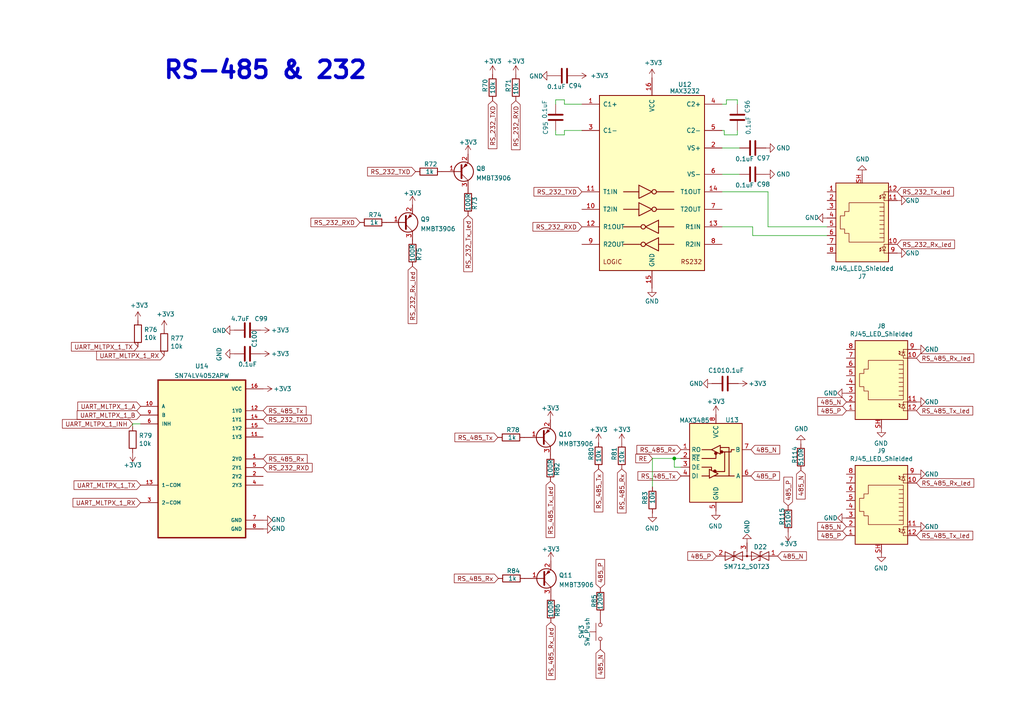
<source format=kicad_sch>
(kicad_sch (version 20211123) (generator eeschema)
  (paper "A4")
  (lib_symbols
    (symbol "Connector:RJ45_LED_Shielded" (pin_names (offset 1.016))
      (property "Reference" "J" (at -5.08 13.97 0))
      (property "Value" "RJ45_LED_Shielded" (at 1.27 13.97 0))
      (symbol "RJ45_LED_Shielded_0_1"
        (polyline (pts (xy -7.62 -7.62) (xy -6.35 -7.62)))
        (polyline (pts (xy -7.62 -5.08) (xy -6.35 -5.08)))
        (polyline (pts (xy -7.62 7.62) (xy -6.35 7.62)))
        (polyline (pts (xy -7.62 10.16) (xy -6.35 10.16)))
        (polyline (pts (xy -6.858 -5.842) (xy -5.842 -5.842)))
        (polyline (pts (xy -6.858 9.398) (xy -5.842 9.398)))
        (polyline (pts (xy -6.35 -7.62) (xy -6.35 -6.858)))
        (polyline (pts (xy -6.35 -5.08) (xy -6.35 -5.842)))
        (polyline (pts (xy -6.35 7.62) (xy -6.35 8.382)))
        (polyline (pts (xy -6.35 10.16) (xy -6.35 9.398)))
        (polyline (pts (xy -5.08 -6.223) (xy -5.207 -6.604)))
        (polyline (pts (xy -5.08 -5.588) (xy -5.207 -5.969)))
        (polyline (pts (xy -5.08 4.445) (xy -6.35 4.445)))
        (polyline (pts (xy -5.08 5.715) (xy -6.35 5.715)))
        (polyline (pts (xy -5.08 9.017) (xy -5.207 8.636)))
        (polyline (pts (xy -5.08 9.652) (xy -5.207 9.271)))
        (polyline (pts (xy -6.35 -3.175) (xy -5.08 -3.175) (xy -5.08 -3.175)))
        (polyline (pts (xy -6.35 -1.905) (xy -5.08 -1.905) (xy -5.08 -1.905)))
        (polyline (pts (xy -6.35 -0.635) (xy -5.08 -0.635) (xy -5.08 -0.635)))
        (polyline (pts (xy -6.35 0.635) (xy -5.08 0.635) (xy -5.08 0.635)))
        (polyline (pts (xy -6.35 1.905) (xy -5.08 1.905) (xy -5.08 1.905)))
        (polyline (pts (xy -5.588 -6.731) (xy -5.08 -6.223) (xy -5.461 -6.35)))
        (polyline (pts (xy -5.588 -6.096) (xy -5.08 -5.588) (xy -5.461 -5.715)))
        (polyline (pts (xy -5.588 8.509) (xy -5.08 9.017) (xy -5.461 8.89)))
        (polyline (pts (xy -5.588 9.144) (xy -5.08 9.652) (xy -5.461 9.525)))
        (polyline (pts (xy -5.08 3.175) (xy -6.35 3.175) (xy -6.35 3.175)))
        (polyline (pts (xy -6.35 -5.842) (xy -6.858 -6.858) (xy -5.842 -6.858) (xy -6.35 -5.842)))
        (polyline (pts (xy -6.35 9.398) (xy -6.858 8.382) (xy -5.842 8.382) (xy -6.35 9.398)))
        (polyline (pts (xy -6.35 -4.445) (xy -6.35 6.985) (xy 3.81 6.985) (xy 3.81 4.445) (xy 5.08 4.445) (xy 5.08 3.175) (xy 6.35 3.175) (xy 6.35 -0.635) (xy 5.08 -0.635) (xy 5.08 -1.905) (xy 3.81 -1.905) (xy 3.81 -4.445) (xy -6.35 -4.445) (xy -6.35 -4.445)))
        (rectangle (start 7.62 12.7) (end -7.62 -10.16) (stroke (width 0.254)) (fill (type background)))
      )
      (symbol "RJ45_LED_Shielded_1_1"
        (pin passive line (at 10.16 -7.62 180) (length 2.54) (name "~") (number "1"))
        (pin passive line (at -10.16 7.62 0) (length 2.54) (name "~") (number "10"))
        (pin passive line (at -10.16 -5.08 0) (length 2.54) (name "~") (number "11"))
        (pin passive line (at -10.16 -7.62 0) (length 2.54) (name "~") (number "12"))
        (pin passive line (at 10.16 -5.08 180) (length 2.54) (name "~") (number "2"))
        (pin passive line (at 10.16 -2.54 180) (length 2.54) (name "~") (number "3"))
        (pin passive line (at 10.16 0 180) (length 2.54) (name "~") (number "4"))
        (pin passive line (at 10.16 2.54 180) (length 2.54) (name "~") (number "5"))
        (pin passive line (at 10.16 5.08 180) (length 2.54) (name "~") (number "6"))
        (pin passive line (at 10.16 7.62 180) (length 2.54) (name "~") (number "7"))
        (pin passive line (at 10.16 10.16 180) (length 2.54) (name "~") (number "8"))
        (pin passive line (at -10.16 10.16 0) (length 2.54) (name "~") (number "9"))
        (pin passive line (at 0 -12.7 90) (length 2.54) (name "~") (number "SH"))
      )
    )
    (symbol "Device:C" (pin_numbers hide) (pin_names (offset 0.254))
      (property "Reference" "C" (at 0.635 2.54 0))
      (property "Value" "C" (at 0.635 -2.54 0))
      (symbol "C_0_1"
        (polyline (pts (xy -2.032 -0.762) (xy 2.032 -0.762)) (stroke (width 0.508)))
        (polyline (pts (xy -2.032 0.762) (xy 2.032 0.762)) (stroke (width 0.508)))
      )
      (symbol "C_1_1"
        (pin passive line (at 0 3.81 270) (length 2.794) (name "~") (number "1"))
        (pin passive line (at 0 -3.81 90) (length 2.794) (name "~") (number "2"))
      )
    )
    (symbol "Device:R" (pin_numbers hide) (pin_names (offset 0))
      (property "Reference" "R" (at 2.032 0 90))
      (property "Value" "R" (at 0 0 90))
      (symbol "R_0_1"
        (rectangle (start -1.016 -2.54) (end 1.016 2.54) (stroke (width 0.254)))
      )
      (symbol "R_1_1"
        (pin passive line (at 0 3.81 270) (length 1.27) (name "~") (number "1"))
        (pin passive line (at 0 -3.81 90) (length 1.27) (name "~") (number "2"))
      )
    )
    (symbol "Diode:SM712_SOT23" (pin_names (offset 1.016) hide)
      (property "Reference" "D" (at 0 4.445 0))
      (property "Value" "SM712_SOT23" (at 0 2.54 0))
      (symbol "SM712_SOT23_0_0"
        (polyline (pts (xy 0 -1.27) (xy 0 0)))
      )
      (symbol "SM712_SOT23_0_1"
        (polyline (pts (xy -6.35 0) (xy 6.35 0)))
        (polyline (pts (xy -3.302 1.27) (xy -3.81 1.27) (xy -3.81 -1.27) (xy -4.318 -1.27)) (stroke (width 0.2032)))
        (polyline (pts (xy 4.318 1.27) (xy 3.81 1.27) (xy 3.81 -1.27) (xy 3.302 -1.27)) (stroke (width 0.2032)))
        (polyline (pts (xy -6.35 -1.27) (xy -1.27 1.27) (xy -1.27 -1.27) (xy -6.35 1.27) (xy -6.35 -1.27)) (stroke (width 0.2032)))
        (polyline (pts (xy 1.27 -1.27) (xy 1.27 1.27) (xy 6.35 -1.27) (xy 6.35 1.27) (xy 1.27 -1.27)) (stroke (width 0.2032)))
        (circle (center 0 0) (radius 0.254) (fill (type outline)))
      )
      (symbol "SM712_SOT23_1_1"
        (pin passive line (at -8.89 0 0) (length 2.54) (name "A1") (number "1"))
        (pin passive line (at 8.89 0 180) (length 2.54) (name "A2") (number "2"))
        (pin input line (at 0 -3.81 90) (length 2.54) (name "common") (number "3"))
      )
    )
    (symbol "Interface_UART:MAX3232" (pin_names (offset 1.016))
      (property "Reference" "U" (at -2.54 28.575 0))
      (property "Value" "MAX3232" (at -2.54 26.67 0))
      (symbol "MAX3232_0_0"
        (text "LOGIC" (at -11.43 -22.86 0) (effects (font (size 1.27 1.27))))
        (text "RS232" (at 11.43 -22.86 0) (effects (font (size 1.27 1.27))))
      )
      (symbol "MAX3232_0_1"
        (rectangle (start -15.24 -25.4) (end 15.24 25.4) (stroke (width 0.254)) (fill (type background)))
        (circle (center -2.54 -17.78) (radius 0.635) (stroke (width 0.254)))
        (circle (center -2.54 -12.7) (radius 0.635) (stroke (width 0.254)))
        (polyline (pts (xy -3.81 -7.62) (xy -8.255 -7.62)) (stroke (width 0.254)))
        (polyline (pts (xy -3.81 -2.54) (xy -8.255 -2.54)) (stroke (width 0.254)))
        (polyline (pts (xy -3.175 -17.78) (xy -8.255 -17.78)) (stroke (width 0.254)))
        (polyline (pts (xy -3.175 -12.7) (xy -8.255 -12.7)) (stroke (width 0.254)))
        (polyline (pts (xy 1.27 -7.62) (xy 6.35 -7.62)) (stroke (width 0.254)))
        (polyline (pts (xy 1.27 -2.54) (xy 6.35 -2.54)) (stroke (width 0.254)))
        (polyline (pts (xy 1.905 -17.78) (xy 6.35 -17.78)) (stroke (width 0.254)))
        (polyline (pts (xy 1.905 -12.7) (xy 6.35 -12.7)) (stroke (width 0.254)))
        (polyline (pts (xy -3.81 -5.715) (xy -3.81 -9.525) (xy 0 -7.62) (xy -3.81 -5.715)) (stroke (width 0.254)))
        (polyline (pts (xy -3.81 -0.635) (xy -3.81 -4.445) (xy 0 -2.54) (xy -3.81 -0.635)) (stroke (width 0.254)))
        (polyline (pts (xy 1.905 -15.875) (xy 1.905 -19.685) (xy -1.905 -17.78) (xy 1.905 -15.875)) (stroke (width 0.254)))
        (polyline (pts (xy 1.905 -10.795) (xy 1.905 -14.605) (xy -1.905 -12.7) (xy 1.905 -10.795)) (stroke (width 0.254)))
        (circle (center 0.635 -7.62) (radius 0.635) (stroke (width 0.254)))
        (circle (center 0.635 -2.54) (radius 0.635) (stroke (width 0.254)))
      )
      (symbol "MAX3232_1_1"
        (pin passive line (at -20.32 22.86 0) (length 5.08) (name "C1+") (number "1"))
        (pin input line (at -20.32 -7.62 0) (length 5.08) (name "T2IN") (number "10"))
        (pin input line (at -20.32 -2.54 0) (length 5.08) (name "T1IN") (number "11"))
        (pin output line (at -20.32 -12.7 0) (length 5.08) (name "R1OUT") (number "12"))
        (pin input line (at 20.32 -12.7 180) (length 5.08) (name "R1IN") (number "13"))
        (pin output line (at 20.32 -2.54 180) (length 5.08) (name "T1OUT") (number "14"))
        (pin power_in line (at 0 -30.48 90) (length 5.08) (name "GND") (number "15"))
        (pin power_in line (at 0 30.48 270) (length 5.08) (name "VCC") (number "16"))
        (pin power_out line (at 20.32 10.16 180) (length 5.08) (name "VS+") (number "2"))
        (pin passive line (at -20.32 15.24 0) (length 5.08) (name "C1-") (number "3"))
        (pin passive line (at 20.32 22.86 180) (length 5.08) (name "C2+") (number "4"))
        (pin passive line (at 20.32 15.24 180) (length 5.08) (name "C2-") (number "5"))
        (pin power_out line (at 20.32 2.54 180) (length 5.08) (name "VS-") (number "6"))
        (pin output line (at 20.32 -7.62 180) (length 5.08) (name "T2OUT") (number "7"))
        (pin input line (at 20.32 -17.78 180) (length 5.08) (name "R2IN") (number "8"))
        (pin output line (at -20.32 -17.78 0) (length 5.08) (name "R2OUT") (number "9"))
      )
    )
    (symbol "Interface_UART:MAX3485"
      (property "Reference" "U" (at -6.096 11.43 0))
      (property "Value" "MAX3485" (at 0.762 11.43 0))
      (symbol "MAX3485_0_1"
        (rectangle (start -7.62 10.16) (end 7.62 -12.7) (stroke (width 0.254)) (fill (type background)))
        (circle (center -0.3048 -3.683) (radius 0.3556) (stroke (width 0.254)) (fill (type outline)))
        (circle (center -0.0254 1.4986) (radius 0.3556) (stroke (width 0.254)) (fill (type outline)))
        (polyline (pts (xy -4.064 -5.08) (xy -1.905 -5.08)) (stroke (width 0.254)))
        (polyline (pts (xy -4.064 2.54) (xy -1.27 2.54)) (stroke (width 0.254)))
        (polyline (pts (xy -1.27 -3.2004) (xy -1.27 -3.4544)) (stroke (width 0.254)))
        (polyline (pts (xy -0.635 -5.08) (xy 5.334 -5.08)) (stroke (width 0.254)))
        (polyline (pts (xy -4.064 -2.54) (xy -1.27 -2.54) (xy -1.27 -3.175)) (stroke (width 0.254)))
        (polyline (pts (xy 0 1.27) (xy 0 0) (xy -4.064 0)) (stroke (width 0.254)))
        (polyline (pts (xy 1.27 3.175) (xy 3.81 3.175) (xy 3.81 -5.08)) (stroke (width 0.254)))
        (polyline (pts (xy 2.54 1.905) (xy 2.54 -3.81) (xy 0 -3.81)) (stroke (width 0.254)))
        (polyline (pts (xy -1.905 -3.175) (xy -1.905 -5.715) (xy 0.635 -4.445) (xy -1.905 -3.175)) (stroke (width 0.254)))
        (polyline (pts (xy -1.27 2.54) (xy 1.27 3.81) (xy 1.27 1.27) (xy -1.27 2.54)) (stroke (width 0.254)))
        (polyline (pts (xy 1.905 1.905) (xy 4.445 1.905) (xy 4.445 2.54) (xy 5.334 2.54)) (stroke (width 0.254)))
        (rectangle (start 1.27 3.175) (end 1.27 3.175))
        (circle (center 1.651 1.905) (radius 0.3556) (stroke (width 0.254)) (fill (type outline)))
      )
      (symbol "MAX3485_1_1"
        (pin output line (at -10.16 2.54 0) (length 2.54) (name "RO") (number "1"))
        (pin input line (at -10.16 0 0) (length 2.54) (name "~{RE}") (number "2"))
        (pin input line (at -10.16 -2.54 0) (length 2.54) (name "DE") (number "3"))
        (pin input line (at -10.16 -5.08 0) (length 2.54) (name "DI") (number "4"))
        (pin power_in line (at 0 -15.24 90) (length 2.54) (name "GND") (number "5"))
        (pin bidirectional line (at 10.16 -5.08 180) (length 2.54) (name "A") (number "6"))
        (pin bidirectional line (at 10.16 2.54 180) (length 2.54) (name "B") (number "7"))
        (pin power_in line (at 0 12.7 270) (length 2.54) (name "VCC") (number "8"))
      )
    )
    (symbol "Switch:SW_Push" (pin_numbers hide) (pin_names (offset 1.016) hide)
      (property "Reference" "SW" (at 1.27 2.54 0))
      (property "Value" "SW_Push" (at 0 -1.524 0))
      (symbol "SW_Push_0_1"
        (circle (center -2.032 0) (radius 0.508))
        (polyline (pts (xy 0 1.27) (xy 0 3.048)))
        (polyline (pts (xy 2.54 1.27) (xy -2.54 1.27)))
        (circle (center 2.032 0) (radius 0.508))
        (pin passive line (at -5.08 0 0) (length 2.54) (name "1") (number "1"))
        (pin passive line (at 5.08 0 180) (length 2.54) (name "2") (number "2"))
      )
    )
    (symbol "Symbols:SN74LV4052APW" (pin_names (offset 1.016))
      (property "Reference" "U" (at -12.7 23.8506 0))
      (property "Value" "SN74LV4052APW" (at -12.7 -26.8478 0))
      (symbol "SN74LV4052APW_0_0"
        (rectangle (start -12.7 -22.86) (end 12.7 22.86) (stroke (width 0.4064)) (fill (type background)))
        (pin output line (at 17.78 0 180) (length 5.08) (name "2Y0") (number "1"))
        (pin input line (at -17.78 15.24 0) (length 5.08) (name "A") (number "10"))
        (pin output line (at 17.78 6.35 180) (length 5.08) (name "1Y3") (number "11"))
        (pin output line (at 17.78 13.97 180) (length 5.08) (name "1Y0") (number "12"))
        (pin bidirectional line (at -17.78 -7.62 0) (length 5.08) (name "1-COM") (number "13"))
        (pin output line (at 17.78 11.43 180) (length 5.08) (name "1Y1") (number "14"))
        (pin output line (at 17.78 8.89 180) (length 5.08) (name "1Y2") (number "15"))
        (pin power_in line (at 17.78 20.32 180) (length 5.08) (name "VCC") (number "16"))
        (pin output line (at 17.78 -5.08 180) (length 5.08) (name "2Y2") (number "2"))
        (pin bidirectional line (at -17.78 -12.7 0) (length 5.08) (name "2-COM") (number "3"))
        (pin output line (at 17.78 -7.62 180) (length 5.08) (name "2Y3") (number "4"))
        (pin output line (at 17.78 -2.54 180) (length 5.08) (name "2Y1") (number "5"))
        (pin input line (at -17.78 10.16 0) (length 5.08) (name "INH") (number "6"))
        (pin power_in line (at 17.78 -17.78 180) (length 5.08) (name "GND") (number "7"))
        (pin power_in line (at 17.78 -20.32 180) (length 5.08) (name "GND") (number "8"))
        (pin input line (at -17.78 12.7 0) (length 5.08) (name "B") (number "9"))
      )
    )
    (symbol "Transistor_BJT:MMBT3906" (pin_names (offset 0) hide)
      (property "Reference" "Q" (at 5.08 1.905 0))
      (property "Value" "MMBT3906" (at 5.08 0 0))
      (symbol "MMBT3906_0_1"
        (polyline (pts (xy 0.635 0.635) (xy 2.54 2.54)))
        (polyline (pts (xy 0.635 -0.635) (xy 2.54 -2.54) (xy 2.54 -2.54)))
        (polyline (pts (xy 0.635 1.905) (xy 0.635 -1.905) (xy 0.635 -1.905)) (stroke (width 0.508)))
        (polyline (pts (xy 2.286 -1.778) (xy 1.778 -2.286) (xy 1.27 -1.27) (xy 2.286 -1.778) (xy 2.286 -1.778)) (fill (type outline)))
        (circle (center 1.27 0) (radius 2.8194) (stroke (width 0.254)))
      )
      (symbol "MMBT3906_1_1"
        (pin input line (at -5.08 0 0) (length 5.715) (name "B") (number "1"))
        (pin passive line (at 2.54 -5.08 90) (length 2.54) (name "E") (number "2"))
        (pin passive line (at 2.54 5.08 270) (length 2.54) (name "C") (number "3"))
      )
    )
    (symbol "power:+3.3V" (power) (pin_names (offset 0))
      (property "Value" "+3.3V" (at 0 3.556 0))
      (symbol "+3.3V_0_1"
        (polyline (pts (xy -0.762 1.27) (xy 0 2.54)))
        (polyline (pts (xy 0 0) (xy 0 2.54)))
        (polyline (pts (xy 0 2.54) (xy 0.762 1.27)))
      )
      (symbol "+3.3V_1_1"
        (pin power_in line (at 0 0 90) (length 0) hide (name "+3V3") (number "1"))
      )
    )
    (symbol "power:GND" (power) (pin_names (offset 0))
      (property "Value" "GND" (at 0 -3.81 0))
      (symbol "GND_0_1"
        (polyline (pts (xy 0 0) (xy 0 -1.27) (xy 1.27 -1.27) (xy 0 -2.54) (xy -1.27 -1.27) (xy 0 -1.27)))
      )
      (symbol "GND_1_1"
        (pin power_in line (at 0 0 270) (length 0) hide (name "GND") (number "1"))
      )
    )
  )
  (junction (at 195.58 132.969))
  (wire (pts (xy 189.23 132.969) (xy 189.23 141.224)))
  (wire (pts (xy 197.485 132.969) (xy 195.58 132.969)))
  (wire (pts (xy 195.58 135.509) (xy 195.58 132.969)))
  (wire (pts (xy 161.163 39.116) (xy 163.703 39.116)))
  (wire (pts (xy 210.058 39.116) (xy 213.868 39.116)))
  (wire (pts (xy 213.868 39.116) (xy 213.868 37.846)))
  (wire (pts (xy 161.163 37.846) (xy 161.163 39.116)))
  (wire (pts (xy 239.903 65.786) (xy 222.758 65.786)))
  (wire (pts (xy 195.58 132.969) (xy 189.23 132.969)))
  (wire (pts (xy 210.693 30.226) (xy 210.693 28.956)))
  (wire (pts (xy 163.703 28.956) (xy 163.703 30.226)))
  (wire (pts (xy 163.703 39.116) (xy 163.703 37.846)))
  (wire (pts (xy 161.163 30.226) (xy 161.163 28.956)))
  (wire (pts (xy 38.481 122.936) (xy 40.767 122.936)))
  (wire (pts (xy 197.485 135.509) (xy 195.58 135.509)))
  (wire (pts (xy 213.868 28.956) (xy 213.868 30.226)))
  (wire (pts (xy 239.903 68.326) (xy 218.313 68.326)))
  (wire (pts (xy 210.058 37.846) (xy 210.058 39.116)))
  (wire (pts (xy 209.423 42.926) (xy 214.503 42.926)))
  (wire (pts (xy 222.758 55.626) (xy 209.423 55.626)))
  (wire (pts (xy 210.693 28.956) (xy 213.868 28.956)))
  (wire (pts (xy 163.703 37.846) (xy 168.783 37.846)))
  (wire (pts (xy 214.503 50.546) (xy 209.423 50.546)))
  (wire (pts (xy 222.758 65.786) (xy 222.758 55.626)))
  (wire (pts (xy 218.313 68.326) (xy 218.313 65.786)))
  (wire (pts (xy 38.481 123.698) (xy 38.481 122.936)))
  (wire (pts (xy 209.423 37.846) (xy 210.058 37.846)))
  (wire (pts (xy 209.423 30.226) (xy 210.693 30.226)))
  (wire (pts (xy 218.313 65.786) (xy 209.423 65.786)))
  (wire (pts (xy 163.703 30.226) (xy 168.783 30.226)))
  (wire (pts (xy 161.163 28.956) (xy 163.703 28.956)))
  (text "RS-485 & 232" (at 47.117 23.368 0) (effects (font (size 5.0038 5.0038) (thickness 1.0008) bold) (justify left bottom)))
  (global_label "485_N" (shape input) (at 174.117 188.341 270) (property "Intersheet References" "${INTERSHEET_REFS}" (effects hide)))
  (global_label "RS_485_Rx" (shape input) (at 144.526 167.767 180) (property "Intersheet References" "${INTERSHEET_REFS}" (effects hide)))
  (global_label "RS_232_RXD" (shape input) (at 168.783 65.786 180) (property "Intersheet References" "${INTERSHEET_REFS}" (effects hide)))
  (global_label "485_P" (shape input) (at 245.491 119.126 180) (property "Intersheet References" "${INTERSHEET_REFS}" (effects hide)))
  (global_label "485_P" (shape input) (at 207.772 161.29 180) (property "Intersheet References" "${INTERSHEET_REFS}" (effects hide)))
  (global_label "RS_485_Rx_led" (shape input) (at 265.811 103.886 0) (property "Intersheet References" "${INTERSHEET_REFS}" (effects hide)))
  (global_label "RS_485_Tx_led" (shape input) (at 159.639 139.573 270) (property "Intersheet References" "${INTERSHEET_REFS}" (effects hide)))
  (global_label "485_N" (shape input) (at 232.283 136.398 270) (property "Intersheet References" "${INTERSHEET_REFS}" (effects hide)))
  (global_label "RS_485_Rx_led" (shape input) (at 265.811 140.081 0) (property "Intersheet References" "${INTERSHEET_REFS}" (effects hide)))
  (global_label "RS_232_Rx_led" (shape input) (at 119.634 77.216 270) (property "Intersheet References" "${INTERSHEET_REFS}" (effects hide)))
  (global_label "RS_485_Tx" (shape input) (at 76.327 119.126 0) (property "Intersheet References" "${INTERSHEET_REFS}" (effects hide)))
  (global_label "UART_MLTPX_1_INH" (shape input) (at 38.481 122.936 180) (property "Intersheet References" "${INTERSHEET_REFS}" (effects hide)))
  (global_label "RS_232_Rx_led" (shape input) (at 260.223 70.866 0) (property "Intersheet References" "${INTERSHEET_REFS}" (effects hide)))
  (global_label "RS_485_Tx" (shape input) (at 197.485 138.049 180) (property "Intersheet References" "${INTERSHEET_REFS}" (effects hide)))
  (global_label "RS_485_Tx" (shape input) (at 144.399 126.873 180) (property "Intersheet References" "${INTERSHEET_REFS}" (effects hide)))
  (global_label "RS_485_Tx_led" (shape input) (at 265.811 155.321 0) (property "Intersheet References" "${INTERSHEET_REFS}" (effects hide)))
  (global_label "RS_485_Rx" (shape input) (at 76.327 133.096 0) (property "Intersheet References" "${INTERSHEET_REFS}" (effects hide)))
  (global_label "RS_232_RXD" (shape input) (at 149.606 29.21 270) (property "Intersheet References" "${INTERSHEET_REFS}" (effects hide)))
  (global_label "485_P" (shape input) (at 228.6 146.685 90) (property "Intersheet References" "${INTERSHEET_REFS}" (effects hide)))
  (global_label "485_N" (shape input) (at 245.491 152.781 180) (property "Intersheet References" "${INTERSHEET_REFS}" (effects hide)))
  (global_label "RE" (shape input) (at 189.23 132.969 180) (property "Intersheet References" "${INTERSHEET_REFS}" (effects hide)))
  (global_label "RS_485_Rx" (shape input) (at 180.34 136.017 270) (property "Intersheet References" "${INTERSHEET_REFS}" (effects hide)))
  (global_label "RS_485_Rx" (shape input) (at 197.485 130.429 180) (property "Intersheet References" "${INTERSHEET_REFS}" (effects hide)))
  (global_label "UART_MLTPX_1_A" (shape input) (at 40.767 117.856 180) (property "Intersheet References" "${INTERSHEET_REFS}" (effects hide)))
  (global_label "RS_485_Tx_led" (shape input) (at 265.811 119.126 0) (property "Intersheet References" "${INTERSHEET_REFS}" (effects hide)))
  (global_label "RS_232_TXD" (shape input) (at 168.783 55.626 180) (property "Intersheet References" "${INTERSHEET_REFS}" (effects hide)))
  (global_label "RS_232_RXD" (shape input) (at 76.327 135.636 0) (property "Intersheet References" "${INTERSHEET_REFS}" (effects hide)))
  (global_label "485_N" (shape input) (at 225.552 161.29 0) (property "Intersheet References" "${INTERSHEET_REFS}" (effects hide)))
  (global_label "RS_485_Rx_led" (shape input) (at 159.766 180.467 270) (property "Intersheet References" "${INTERSHEET_REFS}" (effects hide)))
  (global_label "RS_232_Tx_led" (shape input) (at 260.223 55.626 0) (property "Intersheet References" "${INTERSHEET_REFS}" (effects hide)))
  (global_label "RS_232_Tx_led" (shape input) (at 135.763 62.484 270) (property "Intersheet References" "${INTERSHEET_REFS}" (effects hide)))
  (global_label "RS_232_TXD" (shape input) (at 142.875 29.21 270) (property "Intersheet References" "${INTERSHEET_REFS}" (effects hide)))
  (global_label "UART_MLTPX_1_RX" (shape input) (at 40.767 145.796 180) (property "Intersheet References" "${INTERSHEET_REFS}" (effects hide)))
  (global_label "UART_MLTPX_1_TX" (shape input) (at 40.005 100.584 180) (property "Intersheet References" "${INTERSHEET_REFS}" (effects hide)))
  (global_label "RS_232_RXD" (shape input) (at 104.394 64.516 180) (property "Intersheet References" "${INTERSHEET_REFS}" (effects hide)))
  (global_label "UART_MLTPX_1_TX" (shape input) (at 40.767 140.716 180) (property "Intersheet References" "${INTERSHEET_REFS}" (effects hide)))
  (global_label "RS_232_TXD" (shape input) (at 120.523 49.784 180) (property "Intersheet References" "${INTERSHEET_REFS}" (effects hide)))
  (global_label "RS_232_TXD" (shape input) (at 76.327 121.666 0) (property "Intersheet References" "${INTERSHEET_REFS}" (effects hide)))
  (global_label "UART_MLTPX_1_B" (shape input) (at 40.767 120.396 180) (property "Intersheet References" "${INTERSHEET_REFS}" (effects hide)))
  (global_label "485_P" (shape input) (at 217.805 138.049 0) (property "Intersheet References" "${INTERSHEET_REFS}" (effects hide)))
  (global_label "485_P" (shape input) (at 245.491 155.321 180) (property "Intersheet References" "${INTERSHEET_REFS}" (effects hide)))
  (global_label "485_N" (shape input) (at 217.805 130.429 0) (property "Intersheet References" "${INTERSHEET_REFS}" (effects hide)))
  (global_label "485_P" (shape input) (at 174.117 170.561 90) (property "Intersheet References" "${INTERSHEET_REFS}" (effects hide)))
  (global_label "UART_MLTPX_1_RX" (shape input) (at 47.625 103.124 180) (property "Intersheet References" "${INTERSHEET_REFS}" (effects hide)))
  (global_label "485_N" (shape input) (at 245.491 116.586 180) (property "Intersheet References" "${INTERSHEET_REFS}" (effects hide)))
  (global_label "RS_485_Tx" (shape input) (at 173.609 136.017 270) (property "Intersheet References" "${INTERSHEET_REFS}" (effects hide)))
  (symbol (lib_id "Transistor_BJT:MMBT3906") (at 157.099 126.873 0) (mirror x) (unit 1)
    (property "Reference" "Q10" (at 161.9504 125.9645 0) (effects (justify left)))
    (property "Value" "MMBT3906" (at 161.9504 128.7396 0) (effects (justify left)))
    (property "Footprint" "Package_TO_SOT_SMD:SOT-23" (effects hide))
    (property "Datasheet" "https://www.onsemi.com/pub/Collateral/2N3906-D.PDF" (effects hide))
  )
  (symbol (lib_id "power:+3.3V") (at 189.103 22.606 0) (unit 1)
    (property "Reference" "#PWR0238" (effects hide))
    (property "Value" "+3.3V" (at 189.484 18.2118 0))
  )
  (symbol (lib_id "power:GND") (at 216.662 157.48 180) (unit 1)
    (property "Reference" "#PWR0273" (effects hide))
    (property "Value" "GND" (at 216.662 152.781 90))
  )
  (symbol (lib_id "Connector:RJ45_LED_Shielded") (at 255.651 147.701 0) (mirror y) (unit 1)
    (property "Reference" "J9" (at 255.651 130.7592 0))
    (property "Value" "RJ45_LED_Shielded" (at 255.651 133.0706 0))
    (property "Footprint" "Connector_RJ:RJ45_Amphenol_RJHSE538X" (effects hide))
  )
  (symbol (lib_id "power:+3.3V") (at 40.005 92.964 0) (unit 1)
    (property "Reference" "#PWR0248" (effects hide))
    (property "Value" "+3.3V" (at 40.386 88.5698 0))
  )
  (symbol (lib_id "Transistor_BJT:MMBT3906") (at 157.226 167.767 0) (mirror x) (unit 1)
    (property "Reference" "Q11" (at 162.0774 166.8585 0) (effects (justify left)))
    (property "Value" "MMBT3906" (at 162.0774 169.6336 0) (effects (justify left)))
    (property "Footprint" "Package_TO_SOT_SMD:SOT-23" (effects hide))
    (property "Datasheet" "https://www.onsemi.com/pub/Collateral/2N3906-D.PDF" (effects hide))
  )
  (symbol (lib_id "Device:R") (at 232.283 132.588 0) (mirror y) (unit 1)
    (property "Reference" "R114" (at 230.505 134.493 90) (effects (justify left)))
    (property "Value" "510R" (at 232.283 135.128 90) (effects (justify left)))
    (property "Footprint" "Resistor_SMD:R_0603_1608Metric" (effects hide))
  )
  (symbol (lib_id "power:GND") (at 222.123 50.546 90) (unit 1)
    (property "Reference" "#PWR0241" (effects hide))
    (property "Value" "GND" (at 227.203 50.546 90))
  )
  (symbol (lib_id "power:GND") (at 222.123 42.926 90) (unit 1)
    (property "Reference" "#PWR0239" (effects hide))
    (property "Value" "GND" (at 227.203 42.926 90))
  )
  (symbol (lib_id "power:+3.3V") (at 135.763 44.704 0) (mirror y) (unit 1)
    (property "Reference" "#PWR0240" (effects hide))
    (property "Value" "+3.3V" (at 135.763 41.275 0))
  )
  (symbol (lib_id "power:GND") (at 189.103 83.566 0) (unit 1)
    (property "Reference" "#PWR0247" (effects hide))
    (property "Value" "GND" (at 189.103 87.376 0))
  )
  (symbol (lib_id "Connector:RJ45_LED_Shielded") (at 250.063 63.246 180) (unit 1)
    (property "Reference" "J7" (at 250.063 80.1878 0))
    (property "Value" "RJ45_LED_Shielded" (at 250.063 77.8764 0))
    (property "Footprint" "Connector_RJ:RJ45_Amphenol_RJHSE538X" (effects hide))
  )
  (symbol (lib_id "power:+3.3V") (at 159.639 121.793 0) (mirror y) (unit 1)
    (property "Reference" "#PWR0261" (effects hide))
    (property "Value" "+3.3V" (at 159.639 118.364 0))
  )
  (symbol (lib_id "Device:C") (at 218.313 42.926 270) (unit 1)
    (property "Reference" "C97" (at 219.4814 45.847 90) (effects (justify left)))
    (property "Value" "0.1uF" (at 213.233 46.101 90) (effects (justify left)))
    (property "Footprint" "Capacitor_SMD:C_0603_1608Metric" (effects hide))
  )
  (symbol (lib_id "Device:C") (at 71.755 95.758 270) (unit 1)
    (property "Reference" "C99" (at 73.787 92.456 90) (effects (justify left)))
    (property "Value" "4.7uF" (at 66.929 92.456 90) (effects (justify left)))
    (property "Footprint" "Capacitor_SMD:C_0805_2012Metric" (effects hide))
  )
  (symbol (lib_id "power:GND") (at 260.223 73.406 90) (mirror x) (unit 1)
    (property "Reference" "#PWR0246" (effects hide))
    (property "Value" "GND" (at 264.668 73.406 90))
  )
  (symbol (lib_id "Switch:SW_Push") (at 174.117 183.261 90) (mirror x) (unit 1)
    (property "Reference" "SW3" (at 168.656 183.261 0))
    (property "Value" "SW_Push" (at 170.307 183.261 0))
    (property "Footprint" "Button_Switch_THT:SW_DIP_SPSTx01_Slide_9.78x4.72mm_W7.62mm_P2.54mm" (effects hide))
  )
  (symbol (lib_id "Device:R") (at 124.333 49.784 90) (mirror x) (unit 1)
    (property "Reference" "R72" (at 126.873 47.625 90) (effects (justify left)))
    (property "Value" "1k" (at 125.857 49.784 90) (effects (justify left)))
    (property "Footprint" "Resistor_SMD:R_0603_1608Metric" (effects hide))
  )
  (symbol (lib_id "power:+3.3V") (at 173.609 128.397 0) (mirror y) (unit 1)
    (property "Reference" "#PWR0263" (effects hide))
    (property "Value" "+3.3V" (at 173.609 124.587 0))
  )
  (symbol (lib_id "Device:R") (at 189.23 145.034 0) (mirror x) (unit 1)
    (property "Reference" "R83" (at 187.071 142.494 90) (effects (justify left)))
    (property "Value" "10k" (at 189.23 142.494 90) (effects (justify left)))
    (property "Footprint" "Resistor_SMD:R_0603_1608Metric" (effects hide))
  )
  (symbol (lib_id "Device:C") (at 71.755 102.616 90) (unit 1)
    (property "Reference" "C100" (at 73.787 100.838 0) (effects (justify left)))
    (property "Value" "0.1uF" (at 74.549 105.664 90) (effects (justify left)))
    (property "Footprint" "Capacitor_SMD:C_0603_1608Metric" (effects hide))
  )
  (symbol (lib_id "Device:R") (at 148.336 167.767 90) (mirror x) (unit 1)
    (property "Reference" "R84" (at 150.876 165.608 90) (effects (justify left)))
    (property "Value" "1k" (at 149.86 167.767 90) (effects (justify left)))
    (property "Footprint" "Resistor_SMD:R_0603_1608Metric" (effects hide))
  )
  (symbol (lib_id "Device:R") (at 142.875 25.4 0) (mirror x) (unit 1)
    (property "Reference" "R70" (at 140.716 22.86 90) (effects (justify left)))
    (property "Value" "10k" (at 142.875 23.622 90) (effects (justify left)))
    (property "Footprint" "Resistor_SMD:R_0603_1608Metric" (effects hide))
  )
  (symbol (lib_id "Device:R") (at 149.606 25.4 0) (mirror x) (unit 1)
    (property "Reference" "R71" (at 147.447 22.86 90) (effects (justify left)))
    (property "Value" "10k" (at 149.606 23.876 90) (effects (justify left)))
    (property "Footprint" "Resistor_SMD:R_0603_1608Metric" (effects hide))
  )
  (symbol (lib_id "power:+3.3V") (at 228.6 154.305 0) (mirror x) (unit 1)
    (property "Reference" "#PWR0377" (effects hide))
    (property "Value" "+3.3V" (at 228.6 157.734 0))
  )
  (symbol (lib_id "Transistor_BJT:MMBT3906") (at 133.223 49.784 0) (mirror x) (unit 1)
    (property "Reference" "Q8" (at 138.0744 48.8755 0) (effects (justify left)))
    (property "Value" "MMBT3906" (at 138.0744 51.6506 0) (effects (justify left)))
    (property "Footprint" "Package_TO_SOT_SMD:SOT-23" (effects hide))
    (property "Datasheet" "https://www.onsemi.com/pub/Collateral/2N3906-D.PDF" (effects hide))
  )
  (symbol (lib_id "Transistor_BJT:MMBT3906") (at 117.094 64.516 0) (mirror x) (unit 1)
    (property "Reference" "Q9" (at 121.9454 63.6075 0) (effects (justify left)))
    (property "Value" "MMBT3906" (at 121.9454 66.3826 0) (effects (justify left)))
    (property "Footprint" "Package_TO_SOT_SMD:SOT-23" (effects hide))
    (property "Datasheet" "https://www.onsemi.com/pub/Collateral/2N3906-D.PDF" (effects hide))
  )
  (symbol (lib_id "Device:R") (at 135.763 58.674 0) (mirror y) (unit 1)
    (property "Reference" "R73" (at 137.668 60.96 90) (effects (justify left)))
    (property "Value" "100R" (at 135.763 61.214 90) (effects (justify left)))
    (property "Footprint" "Resistor_SMD:R_0603_1608Metric" (effects hide))
  )
  (symbol (lib_id "power:GND") (at 265.811 137.541 90) (mirror x) (unit 1)
    (property "Reference" "#PWR0266" (effects hide))
    (property "Value" "GND" (at 270.256 137.541 90))
  )
  (symbol (lib_id "Interface_UART:MAX3485") (at 207.645 132.969 0) (unit 1)
    (property "Reference" "U13" (at 212.344 121.793 0))
    (property "Value" "MAX3485" (at 201.422 121.92 0))
    (property "Footprint" "Package_SO:SOIC-8_3.9x4.9mm_P1.27mm" (effects hide))
    (property "Datasheet" "https://datasheets.maximintegrated.com/en/ds/MAX3483-MAX3491.pdf" (effects hide))
  )
  (symbol (lib_id "Connector:RJ45_LED_Shielded") (at 255.651 111.506 0) (mirror y) (unit 1)
    (property "Reference" "J8" (at 255.651 94.5642 0))
    (property "Value" "RJ45_LED_Shielded" (at 255.651 96.8756 0))
    (property "Footprint" "Connector_RJ:RJ45_Amphenol_RJHSE538X" (effects hide))
  )
  (symbol (lib_id "Device:R") (at 47.625 99.314 0) (unit 1)
    (property "Reference" "R77" (at 49.403 98.1456 0) (effects (justify left)))
    (property "Value" "10k" (at 49.403 100.457 0) (effects (justify left)))
    (property "Footprint" "Resistor_SMD:R_0603_1608Metric" (effects hide))
  )
  (symbol (lib_id "Device:C") (at 213.868 34.036 0) (unit 1)
    (property "Reference" "C96" (at 216.789 32.8676 90) (effects (justify left)))
    (property "Value" "0.1uF" (at 217.043 39.116 90) (effects (justify left)))
    (property "Footprint" "Capacitor_SMD:C_0603_1608Metric" (effects hide))
  )
  (symbol (lib_id "Device:C") (at 218.313 50.546 270) (unit 1)
    (property "Reference" "C98" (at 219.4814 53.467 90) (effects (justify left)))
    (property "Value" "0.1uF" (at 213.233 53.721 90) (effects (justify left)))
    (property "Footprint" "Capacitor_SMD:C_0603_1608Metric" (effects hide))
  )
  (symbol (lib_id "Device:R") (at 40.005 96.774 0) (unit 1)
    (property "Reference" "R76" (at 41.783 95.6056 0) (effects (justify left)))
    (property "Value" "10k" (at 41.783 97.917 0) (effects (justify left)))
    (property "Footprint" "Resistor_SMD:R_0603_1608Metric" (effects hide))
  )
  (symbol (lib_id "Device:R") (at 148.209 126.873 90) (mirror x) (unit 1)
    (property "Reference" "R78" (at 150.749 124.714 90) (effects (justify left)))
    (property "Value" "1k" (at 149.733 126.873 90) (effects (justify left)))
    (property "Footprint" "Resistor_SMD:R_0603_1608Metric" (effects hide))
  )
  (symbol (lib_id "Device:R") (at 228.6 150.495 0) (mirror y) (unit 1)
    (property "Reference" "R115" (at 226.822 152.4 90) (effects (justify left)))
    (property "Value" "510R" (at 228.6 153.035 90) (effects (justify left)))
    (property "Footprint" "Resistor_SMD:R_0603_1608Metric" (effects hide))
  )
  (symbol (lib_id "power:GND") (at 232.283 128.778 0) (mirror x) (unit 1)
    (property "Reference" "#PWR0376" (effects hide))
    (property "Value" "GND" (at 232.41 124.3838 0))
  )
  (symbol (lib_id "power:+3.3V") (at 159.766 162.687 0) (mirror y) (unit 1)
    (property "Reference" "#PWR0275" (effects hide))
    (property "Value" "+3.3V" (at 159.766 159.258 0))
  )
  (symbol (lib_id "power:GND") (at 255.651 124.206 0) (mirror y) (unit 1)
    (property "Reference" "#PWR0262" (effects hide))
    (property "Value" "GND" (at 255.524 128.6002 0))
  )
  (symbol (lib_id "Device:R") (at 38.481 127.508 180) (unit 1)
    (property "Reference" "R79" (at 40.259 126.3396 0) (effects (justify right)))
    (property "Value" "10k" (at 40.259 128.651 0) (effects (justify right)))
    (property "Footprint" "Resistor_SMD:R_0603_1608Metric" (effects hide))
  )
  (symbol (lib_id "power:GND") (at 189.23 148.844 0) (mirror y) (unit 1)
    (property "Reference" "#PWR0268" (effects hide))
    (property "Value" "GND" (at 189.103 153.2382 0))
  )
  (symbol (lib_id "Device:R") (at 108.204 64.516 90) (mirror x) (unit 1)
    (property "Reference" "R74" (at 110.744 62.357 90) (effects (justify left)))
    (property "Value" "1k" (at 109.728 64.516 90) (effects (justify left)))
    (property "Footprint" "Resistor_SMD:R_0603_1608Metric" (effects hide))
  )
  (symbol (lib_id "power:GND") (at 245.491 114.046 270) (mirror x) (unit 1)
    (property "Reference" "#PWR0258" (effects hide))
    (property "Value" "GND" (at 240.919 114.046 90))
  )
  (symbol (lib_id "Device:R") (at 180.34 132.207 0) (mirror x) (unit 1)
    (property "Reference" "R81" (at 178.181 129.667 90) (effects (justify left)))
    (property "Value" "10k" (at 180.34 130.683 90) (effects (justify left)))
    (property "Footprint" "Resistor_SMD:R_0603_1608Metric" (effects hide))
  )
  (symbol (lib_id "power:GND") (at 260.223 58.166 90) (mirror x) (unit 1)
    (property "Reference" "#PWR0243" (effects hide))
    (property "Value" "GND" (at 264.668 58.166 90))
  )
  (symbol (lib_id "Device:R") (at 159.639 135.763 0) (mirror y) (unit 1)
    (property "Reference" "R82" (at 161.544 138.049 90) (effects (justify left)))
    (property "Value" "100R" (at 159.639 138.303 90) (effects (justify left)))
    (property "Footprint" "Resistor_SMD:R_0603_1608Metric" (effects hide))
  )
  (symbol (lib_id "power:+3.3V") (at 119.634 59.436 0) (mirror y) (unit 1)
    (property "Reference" "#PWR0244" (effects hide))
    (property "Value" "+3.3V" (at 119.634 56.007 0))
  )
  (symbol (lib_id "power:+3.3V") (at 180.34 128.397 0) (mirror y) (unit 1)
    (property "Reference" "#PWR0264" (effects hide))
    (property "Value" "+3.3V" (at 180.34 124.587 0))
  )
  (symbol (lib_id "power:+3.3V") (at 142.875 21.59 0) (mirror y) (unit 1)
    (property "Reference" "#PWR0234" (effects hide))
    (property "Value" "+3.3V" (at 142.875 17.78 0))
  )
  (symbol (lib_id "power:GND") (at 239.903 63.246 270) (mirror x) (unit 1)
    (property "Reference" "#PWR0245" (effects hide))
    (property "Value" "GND" (at 235.5088 63.119 90))
  )
  (symbol (lib_id "Device:R") (at 159.766 176.657 0) (mirror y) (unit 1)
    (property "Reference" "R86" (at 161.671 178.943 90) (effects (justify left)))
    (property "Value" "100R" (at 159.766 179.197 90) (effects (justify left)))
    (property "Footprint" "Resistor_SMD:R_0603_1608Metric" (effects hide))
  )
  (symbol (lib_id "power:GND") (at 245.491 150.241 270) (mirror x) (unit 1)
    (property "Reference" "#PWR0269" (effects hide))
    (property "Value" "GND" (at 240.919 150.241 90))
  )
  (symbol (lib_id "Device:R") (at 173.609 132.207 0) (mirror x) (unit 1)
    (property "Reference" "R80" (at 171.45 129.667 90) (effects (justify left)))
    (property "Value" "10k" (at 173.609 130.429 90) (effects (justify left)))
    (property "Footprint" "Resistor_SMD:R_0603_1608Metric" (effects hide))
  )
  (symbol (lib_id "power:GND") (at 76.327 153.416 90) (unit 1)
    (property "Reference" "#PWR0272" (effects hide))
    (property "Value" "GND" (at 80.7212 153.289 90))
  )
  (symbol (lib_id "Interface_UART:MAX3232") (at 189.103 53.086 0) (unit 1)
    (property "Reference" "U12" (at 198.628 24.511 0))
    (property "Value" "MAX3232" (at 198.628 26.416 0))
    (property "Footprint" "Package_SO:SOP-16_3.9x9.9mm_P1.27mm" (effects hide))
    (property "Datasheet" "https://datasheets.maximintegrated.com/en/ds/MAX3222-MAX3241.pdf" (effects hide))
  )
  (symbol (lib_id "Device:R") (at 119.634 73.406 0) (mirror y) (unit 1)
    (property "Reference" "R75" (at 121.539 75.692 90) (effects (justify left)))
    (property "Value" "100R" (at 119.634 75.946 90) (effects (justify left)))
    (property "Footprint" "Resistor_SMD:R_0603_1608Metric" (effects hide))
  )
  (symbol (lib_id "power:+3.3V") (at 47.625 95.504 0) (unit 1)
    (property "Reference" "#PWR0249" (effects hide))
    (property "Value" "+3.3V" (at 48.006 91.1098 0))
  )
  (symbol (lib_id "power:+3.3V") (at 167.513 21.971 270) (unit 1)
    (property "Reference" "#PWR0237" (effects hide))
    (property "Value" "+3.3V" (at 173.863 21.971 90))
  )
  (symbol (lib_id "power:+3.3V") (at 149.606 21.59 0) (mirror y) (unit 1)
    (property "Reference" "#PWR0235" (effects hide))
    (property "Value" "+3.3V" (at 149.606 17.78 0))
  )
  (symbol (lib_id "power:+3.3V") (at 38.481 131.318 180) (unit 1)
    (property "Reference" "#PWR0265" (effects hide))
    (property "Value" "+3.3V" (at 38.481 134.874 0))
  )
  (symbol (lib_id "power:GND") (at 159.893 21.971 270) (unit 1)
    (property "Reference" "#PWR0236" (effects hide))
    (property "Value" "GND" (at 155.4988 22.098 90))
  )
  (symbol (lib_id "power:GND") (at 67.945 102.616 270) (unit 1)
    (property "Reference" "#PWR0253" (effects hide))
    (property "Value" "GND" (at 63.5508 102.743 0))
  )
  (symbol (lib_id "power:GND") (at 265.811 101.346 90) (mirror x) (unit 1)
    (property "Reference" "#PWR0252" (effects hide))
    (property "Value" "GND" (at 270.256 101.346 90))
  )
  (symbol (lib_id "power:+3.3V") (at 75.565 95.758 270) (unit 1)
    (property "Reference" "#PWR0251" (effects hide))
    (property "Value" "+3.3V" (at 81.28 95.758 90))
  )
  (symbol (lib_id "power:+3.3V") (at 214.122 111.252 270) (mirror x) (unit 1)
    (property "Reference" "#PWR0256" (effects hide))
    (property "Value" "+3.3V" (at 219.71 111.252 90))
  )
  (symbol (lib_id "Device:C") (at 163.703 21.971 270) (unit 1)
    (property "Reference" "C94" (at 164.8714 24.892 90) (effects (justify left)))
    (property "Value" "0.1uF" (at 158.623 25.146 90) (effects (justify left)))
    (property "Footprint" "Capacitor_SMD:C_0603_1608Metric" (effects hide))
  )
  (symbol (lib_id "Device:C") (at 210.312 111.252 270) (mirror x) (unit 1)
    (property "Reference" "C101" (at 205.359 107.442 90) (effects (justify left)))
    (property "Value" "0.1uF" (at 210.312 107.442 90) (effects (justify left)))
    (property "Footprint" "Capacitor_SMD:C_0603_1608Metric" (effects hide))
  )
  (symbol (lib_id "power:GND") (at 250.063 50.546 0) (mirror x) (unit 1)
    (property "Reference" "#PWR0242" (effects hide))
    (property "Value" "GND" (at 250.19 46.1518 0))
  )
  (symbol (lib_id "power:GND") (at 206.502 111.252 270) (mirror x) (unit 1)
    (property "Reference" "#PWR0255" (effects hide))
    (property "Value" "GND" (at 201.93 111.252 90))
  )
  (symbol (lib_id "Diode:SM712_SOT23") (at 216.662 161.29 180) (unit 1)
    (property "Reference" "D22" (at 222.504 158.623 0) (effects (justify left)))
    (property "Value" "SM712_SOT23" (at 223.266 164.338 0) (effects (justify left)))
    (property "Footprint" "Package_TO_SOT_SMD:SOT-23" (effects hide))
    (property "Datasheet" "https://www.littelfuse.com/~/media/electronics/datasheets/tvs_diode_arrays/littelfuse_tvs_diode_array_sm712_datasheet.pdf.pdf" (effects hide))
  )
  (symbol (lib_id "power:GND") (at 67.945 95.758 270) (unit 1)
    (property "Reference" "#PWR0250" (effects hide))
    (property "Value" "GND" (at 63.5508 95.885 90))
  )
  (symbol (lib_id "Symbols:SN74LV4052APW") (at 58.547 133.096 0) (unit 1)
    (property "Reference" "U14" (at 58.547 106.1933 0))
    (property "Value" "SN74LV4052APW" (at 58.547 108.9684 0))
    (property "Footprint" "Package_SO:TSSOP-16_4.4x5mm_P0.65mm" (effects hide))
  )
  (symbol (lib_id "power:GND") (at 265.811 116.586 90) (mirror x) (unit 1)
    (property "Reference" "#PWR0259" (effects hide))
    (property "Value" "GND" (at 270.256 116.586 90))
  )
  (symbol (lib_id "Device:R") (at 174.117 174.371 0) (mirror y) (unit 1)
    (property "Reference" "R85" (at 172.339 176.276 90) (effects (justify left)))
    (property "Value" "120R" (at 174.117 176.911 90) (effects (justify left)))
    (property "Footprint" "Resistor_SMD:R_0603_1608Metric" (effects hide))
  )
  (symbol (lib_id "power:GND") (at 255.651 160.401 0) (mirror y) (unit 1)
    (property "Reference" "#PWR0274" (effects hide))
    (property "Value" "GND" (at 255.524 164.7952 0))
  )
  (symbol (lib_id "Device:C") (at 161.163 34.036 180) (unit 1)
    (property "Reference" "C95" (at 158.242 35.2044 90) (effects (justify left)))
    (property "Value" "0.1uF" (at 157.988 28.956 90) (effects (justify left)))
    (property "Footprint" "Capacitor_SMD:C_0603_1608Metric" (effects hide))
  )
  (symbol (lib_id "power:GND") (at 265.811 152.781 90) (mirror x) (unit 1)
    (property "Reference" "#PWR0271" (effects hide))
    (property "Value" "GND" (at 270.256 152.781 90))
  )
  (symbol (lib_id "power:+3.3V") (at 75.565 102.616 270) (unit 1)
    (property "Reference" "#PWR0254" (effects hide))
    (property "Value" "+3.3V" (at 81.28 102.616 90))
  )
  (symbol (lib_id "power:GND") (at 76.327 150.876 90) (unit 1)
    (property "Reference" "#PWR0270" (effects hide))
    (property "Value" "GND" (at 80.7212 150.749 90))
  )
  (symbol (lib_id "power:+3.3V") (at 207.645 120.269 0) (mirror y) (unit 1)
    (property "Reference" "#PWR0260" (effects hide))
    (property "Value" "+3.3V" (at 207.645 116.459 0))
  )
  (symbol (lib_id "power:+3.3V") (at 76.327 112.776 270) (unit 1)
    (property "Reference" "#PWR0257" (effects hide))
    (property "Value" "+3.3V" (at 81.915 112.776 90))
  )
  (symbol (lib_id "power:GND") (at 207.645 148.209 0) (mirror y) (unit 1)
    (property "Reference" "#PWR0267" (effects hide))
    (property "Value" "GND" (at 207.518 152.6032 0))
  )
)
</source>
